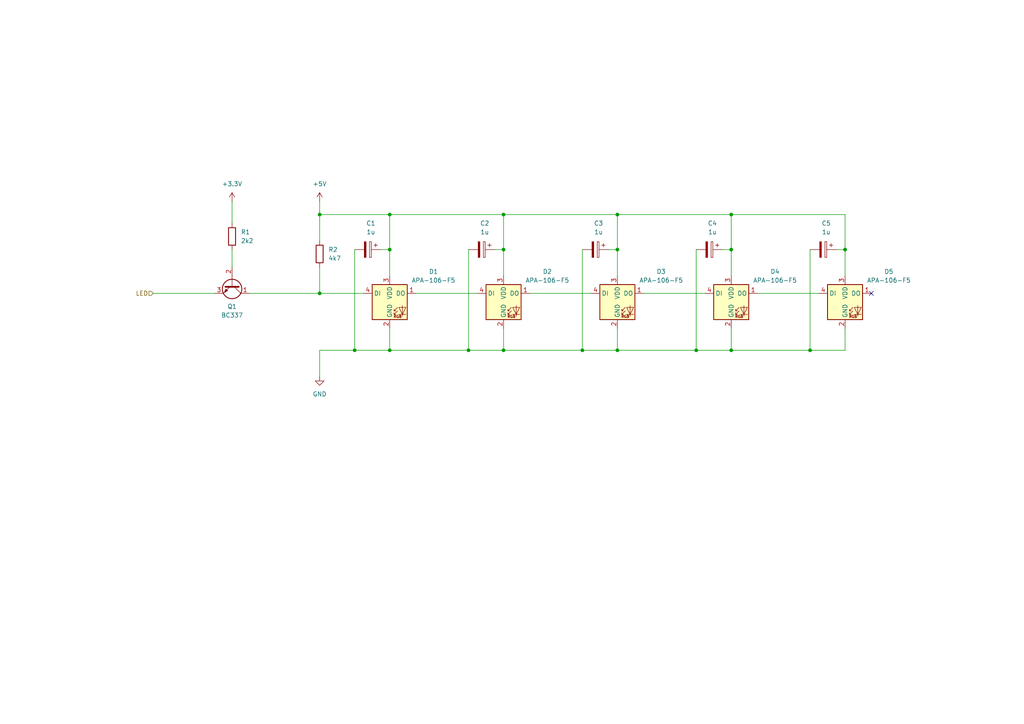
<source format=kicad_sch>
(kicad_sch (version 20250114) (generator "eeschema") (generator_version "9.0")
  (paper "A4")
  (title_block (title "VC 5") (date "2025-02-25") (rev "1.0") (comment 1 "Designed by Jan Eberhardt"))
  (lib_symbols
    (symbol "Device:C_Polarized" (pin_numbers (hide yes)) (pin_names (offset 0.254))
      (property "Reference" "C" (at 0.635 2.54 0))
      (property "Value" "C_Polarized" (at 0.635 -2.54 0))
      (symbol "C_Polarized_0_1"
        (rectangle (start -2.286 0.508) (end 2.286 1.016))
        (polyline (pts (xy -1.778 2.286) (xy -0.762 2.286)))
        (polyline (pts (xy -1.27 2.794) (xy -1.27 1.778)))
        (rectangle (start 2.286 -0.508) (end -2.286 -1.016) (fill (type outline)))
      )
      (symbol "C_Polarized_1_1"
        (pin passive line (at 0 3.81 270) (length 2.794) (name "~") (number "1"))
        (pin passive line (at 0 -3.81 90) (length 2.794) (name "~") (number "2"))
      )
    )
    (symbol "Device:R" (pin_numbers (hide yes)) (pin_names (offset 0))
      (property "Reference" "R" (at 2.032 0 90))
      (property "Value" "R" (at 0 0 90))
      (symbol "R_0_1"
        (rectangle (start -1.016 -2.54) (end 1.016 2.54) (stroke (width 0.254)))
      )
      (symbol "R_1_1"
        (pin passive line (at 0 3.81 270) (length 1.27) (name "~") (number "1"))
        (pin passive line (at 0 -3.81 90) (length 1.27) (name "~") (number "2"))
      )
    )
    (symbol "LED:APA-106-F5"
      (property "Reference" "D" (at 5.08 5.715 0))
      (property "Value" "APA-106-F5" (at 1.27 -5.715 0))
      (symbol "APA-106-F5_0_0"
        (text "RGB" (at 2.286 -4.191 0) (effects (font (size 0.762 0.762))))
      )
      (symbol "APA-106-F5_0_1"
        (polyline (pts (xy 1.27 -2.54) (xy 1.778 -2.54)))
        (polyline (pts (xy 1.27 -3.556) (xy 1.778 -3.556)))
        (polyline (pts (xy 2.286 -1.524) (xy 1.27 -2.54) (xy 1.27 -2.032)))
        (polyline (pts (xy 2.286 -2.54) (xy 1.27 -3.556) (xy 1.27 -3.048)))
        (polyline (pts (xy 3.683 -1.016) (xy 3.683 -3.556) (xy 3.683 -4.064)))
        (polyline (pts (xy 4.699 -1.524) (xy 2.667 -1.524) (xy 3.683 -3.556) (xy 4.699 -1.524)))
        (polyline (pts (xy 4.699 -3.556) (xy 2.667 -3.556)))
        (rectangle (start 5.08 5.08) (end -5.08 -5.08) (stroke (width 0.254)) (fill (type background)))
      )
      (symbol "APA-106-F5_1_1"
        (pin input line (at -7.62 2.54 0) (length 2.54) (name "DI") (number "4"))
        (pin power_in line (at 0 7.62 270) (length 2.54) (name "VDD") (number "3"))
        (pin power_in line (at 0 -7.62 90) (length 2.54) (name "GND") (number "2"))
        (pin output line (at 7.62 2.54 180) (length 2.54) (name "DO") (number "1"))
      )
    )
    (symbol "Transistor_BJT:BC337" (pin_names (offset 0) (hide yes))
      (property "Reference" "Q" (at 5.08 1.905 0))
      (property "Value" "BC337" (at 5.08 0 0))
      (symbol "BC337_0_1"
        (polyline (pts (xy -2.54 0) (xy 0.635 0)))
        (polyline (pts (xy 0.635 1.905) (xy 0.635 -1.905)) (stroke (width 0.508)))
        (circle (center 1.27 0) (radius 2.8194) (stroke (width 0.254)))
      )
      (symbol "BC337_1_1"
        (polyline (pts (xy 0.635 0.635) (xy 2.54 2.54)))
        (polyline (pts (xy 0.635 -0.635) (xy 2.54 -2.54)))
        (polyline (pts (xy 1.27 -1.778) (xy 1.778 -1.27) (xy 2.286 -2.286) (xy 1.27 -1.778)) (fill (type outline)))
        (pin input line (at -5.08 0 0) (length 2.54) (name "B") (number "2"))
        (pin passive line (at 2.54 5.08 270) (length 2.54) (name "C") (number "1"))
        (pin passive line (at 2.54 -5.08 90) (length 2.54) (name "E") (number "3"))
      )
    )
    (symbol "power:+3.3V" (power) (pin_numbers (hide yes)) (pin_names (offset 0) (hide yes))
      (property "Value" "+3.3V" (at 0 3.556 0))
      (symbol "+3.3V_0_1"
        (polyline (pts (xy -0.762 1.27) (xy 0 2.54)))
        (polyline (pts (xy 0 2.54) (xy 0.762 1.27)))
        (polyline (pts (xy 0 0) (xy 0 2.54)))
      )
      (symbol "+3.3V_1_1"
        (pin power_in line (at 0 0 90) (length 0) (name "~") (number "1"))
      )
    )
    (symbol "power:+5V" (power) (pin_numbers (hide yes)) (pin_names (offset 0) (hide yes))
      (property "Value" "+5V" (at 0 3.556 0))
      (symbol "+5V_0_1"
        (polyline (pts (xy -0.762 1.27) (xy 0 2.54)))
        (polyline (pts (xy 0 2.54) (xy 0.762 1.27)))
        (polyline (pts (xy 0 0) (xy 0 2.54)))
      )
      (symbol "+5V_1_1"
        (pin power_in line (at 0 0 90) (length 0) (name "~") (number "1"))
      )
    )
    (symbol "power:GND" (power) (pin_numbers (hide yes)) (pin_names (offset 0) (hide yes))
      (property "Value" "GND" (at 0 -3.81 0))
      (symbol "GND_0_1"
        (polyline (pts (xy 0 0) (xy 0 -1.27) (xy 1.27 -1.27) (xy 0 -2.54) (xy -1.27 -1.27) (xy 0 -1.27)))
      )
      (symbol "GND_1_1"
        (pin power_in line (at 0 0 270) (length 0) (name "~") (number "1"))
      )
    )
  )
  (junction (at 92.71 62.23))
  (junction (at 179.07 72.39))
  (junction (at 168.91 101.6))
  (junction (at 212.09 62.23))
  (junction (at 146.05 72.39))
  (junction (at 113.03 72.39))
  (junction (at 102.87 101.6))
  (junction (at 113.03 62.23))
  (junction (at 212.09 72.39))
  (junction (at 212.09 101.6))
  (junction (at 92.71 85.09))
  (junction (at 179.07 101.6))
  (junction (at 113.03 101.6))
  (junction (at 135.89 101.6))
  (junction (at 179.07 62.23))
  (junction (at 245.11 72.39))
  (junction (at 146.05 101.6))
  (junction (at 201.93 101.6))
  (junction (at 234.95 101.6))
  (junction (at 146.05 62.23))
  (no_connect (at 252.73 85.09))
  (wire (pts (xy 209.55 72.39) (xy 212.09 72.39)))
  (wire (pts (xy 212.09 101.6) (xy 212.09 95.25)))
  (wire (pts (xy 179.07 72.39) (xy 179.07 80.01)))
  (wire (pts (xy 176.53 72.39) (xy 179.07 72.39)))
  (wire (pts (xy 135.89 72.39) (xy 135.89 101.6)))
  (wire (pts (xy 179.07 62.23) (xy 212.09 62.23)))
  (wire (pts (xy 245.11 101.6) (xy 245.11 95.25)))
  (wire (pts (xy 44.45 85.09) (xy 62.23 85.09)))
  (wire (pts (xy 146.05 101.6) (xy 168.91 101.6)))
  (wire (pts (xy 234.95 101.6) (xy 245.11 101.6)))
  (wire (pts (xy 92.71 77.47) (xy 92.71 85.09)))
  (wire (pts (xy 92.71 62.23) (xy 92.71 69.85)))
  (wire (pts (xy 92.71 85.09) (xy 105.41 85.09)))
  (wire (pts (xy 219.71 85.09) (xy 237.49 85.09)))
  (wire (pts (xy 67.31 72.39) (xy 67.31 77.47)))
  (wire (pts (xy 168.91 72.39) (xy 168.91 101.6)))
  (wire (pts (xy 113.03 101.6) (xy 135.89 101.6)))
  (wire (pts (xy 102.87 72.39) (xy 102.87 101.6)))
  (wire (pts (xy 120.65 85.09) (xy 138.43 85.09)))
  (wire (pts (xy 179.07 62.23) (xy 146.05 62.23)))
  (wire (pts (xy 113.03 62.23) (xy 113.03 72.39)))
  (wire (pts (xy 234.95 72.39) (xy 234.95 101.6)))
  (wire (pts (xy 245.11 62.23) (xy 245.11 72.39)))
  (wire (pts (xy 212.09 72.39) (xy 212.09 80.01)))
  (wire (pts (xy 92.71 101.6) (xy 92.71 109.22)))
  (wire (pts (xy 201.93 101.6) (xy 212.09 101.6)))
  (wire (pts (xy 135.89 101.6) (xy 146.05 101.6)))
  (wire (pts (xy 245.11 72.39) (xy 245.11 80.01)))
  (wire (pts (xy 113.03 72.39) (xy 110.49 72.39)))
  (wire (pts (xy 179.07 72.39) (xy 179.07 62.23)))
  (wire (pts (xy 153.67 85.09) (xy 171.45 85.09)))
  (wire (pts (xy 212.09 101.6) (xy 234.95 101.6)))
  (wire (pts (xy 186.69 85.09) (xy 204.47 85.09)))
  (wire (pts (xy 102.87 101.6) (xy 92.71 101.6)))
  (wire (pts (xy 146.05 72.39) (xy 146.05 80.01)))
  (wire (pts (xy 212.09 62.23) (xy 245.11 62.23)))
  (wire (pts (xy 113.03 62.23) (xy 92.71 62.23)))
  (wire (pts (xy 242.57 72.39) (xy 245.11 72.39)))
  (wire (pts (xy 92.71 58.42) (xy 92.71 62.23)))
  (wire (pts (xy 168.91 101.6) (xy 179.07 101.6)))
  (wire (pts (xy 179.07 101.6) (xy 201.93 101.6)))
  (wire (pts (xy 143.51 72.39) (xy 146.05 72.39)))
  (wire (pts (xy 113.03 80.01) (xy 113.03 72.39)))
  (wire (pts (xy 179.07 101.6) (xy 179.07 95.25)))
  (wire (pts (xy 146.05 62.23) (xy 146.05 72.39)))
  (wire (pts (xy 113.03 95.25) (xy 113.03 101.6)))
  (wire (pts (xy 212.09 62.23) (xy 212.09 72.39)))
  (wire (pts (xy 113.03 101.6) (xy 102.87 101.6)))
  (wire (pts (xy 201.93 72.39) (xy 201.93 101.6)))
  (wire (pts (xy 146.05 95.25) (xy 146.05 101.6)))
  (wire (pts (xy 67.31 58.42) (xy 67.31 64.77)))
  (wire (pts (xy 72.39 85.09) (xy 92.71 85.09)))
  (wire (pts (xy 113.03 62.23) (xy 146.05 62.23)))
  (hierarchical_label "LED" (shape input) (at 44.45 85.09 180))
  (symbol (lib_id "LED:APA-106-F5") (at 245.11 87.63 0) (unit 1)
    (property "Reference" "D5" (at 257.81 78.7714 0))
    (property "Value" "APA-106-F5" (at 257.81 81.3114 0))
    (property "Footprint" "LED_THT:LED_D5.0mm-4_RGB_Wide_Pins" (effects (hide yes)))
    (property "Datasheet" "https://cdn.sparkfun.com/datasheets/Components/LED/COM-12877.pdf" (effects (hide yes)))
    (property "Description" "RGB LED with integrated controller, 5mm Package" (effects (hide yes)))
  )
  (symbol (lib_id "LED:APA-106-F5") (at 179.07 87.63 0) (unit 1)
    (property "Reference" "D3" (at 191.77 78.7714 0))
    (property "Value" "APA-106-F5" (at 191.77 81.3114 0))
    (property "Footprint" "LED_THT:LED_D5.0mm-4_RGB_Wide_Pins" (effects (hide yes)))
    (property "Datasheet" "https://cdn.sparkfun.com/datasheets/Components/LED/COM-12877.pdf" (effects (hide yes)))
    (property "Description" "RGB LED with integrated controller, 5mm Package" (effects (hide yes)))
  )
  (symbol (lib_id "power:GND") (at 92.71 109.22 0) (unit 1)
    (property "Reference" "#PWR07" (effects (hide yes)))
    (property "Value" "GND" (at 92.71 114.3 0))
    (property "Description" "Power symbol creates a global label with name \"GND\" , ground" (effects (hide yes)))
  )
  (symbol (lib_id "Transistor_BJT:BC337") (at 67.31 82.55 270) (unit 1)
    (property "Reference" "Q1" (at 67.31 88.9 90))
    (property "Value" "BC337" (at 67.31 91.44 90))
    (property "Footprint" "Package_TO_SOT_THT:TO-92_Inline" (effects (hide yes)))
    (property "Datasheet" "https://diotec.com/tl_files/diotec/files/pdf/datasheets/bc337.pdf" (effects (hide yes)))
    (property "Description" "0.8A Ic, 45V Vce, NPN Transistor, TO-92" (effects (hide yes)))
  )
  (symbol (lib_id "power:+3.3V") (at 67.31 58.42 0) (unit 1)
    (property "Reference" "#PWR05" (effects (hide yes)))
    (property "Value" "+3.3V" (at 67.31 53.34 0))
    (property "Description" "Power symbol creates a global label with name \"+3.3V\"" (effects (hide yes)))
  )
  (symbol (lib_id "LED:APA-106-F5") (at 146.05 87.63 0) (unit 1)
    (property "Reference" "D2" (at 158.75 78.7714 0))
    (property "Value" "APA-106-F5" (at 158.75 81.3114 0))
    (property "Footprint" "LED_THT:LED_D5.0mm-4_RGB_Wide_Pins" (effects (hide yes)))
    (property "Datasheet" "https://cdn.sparkfun.com/datasheets/Components/LED/COM-12877.pdf" (effects (hide yes)))
    (property "Description" "RGB LED with integrated controller, 5mm Package" (effects (hide yes)))
  )
  (symbol (lib_id "Device:C_Polarized") (at 139.7 72.39 270) (unit 1)
    (property "Reference" "C2" (at 140.589 64.77 90))
    (property "Value" "1u" (at 140.589 67.31 90))
    (property "Footprint" "Capacitor_THT:CP_Radial_D5.0mm_P2.00mm" (effects (hide yes)))
    (property "Description" "Polarized capacitor" (effects (hide yes)))
  )
  (symbol (lib_id "Device:C_Polarized") (at 238.76 72.39 270) (unit 1)
    (property "Reference" "C5" (at 239.649 64.77 90))
    (property "Value" "1u" (at 239.649 67.31 90))
    (property "Footprint" "Capacitor_THT:CP_Radial_D5.0mm_P2.00mm" (effects (hide yes)))
    (property "Description" "Polarized capacitor" (effects (hide yes)))
  )
  (symbol (lib_id "Device:C_Polarized") (at 106.68 72.39 270) (unit 1)
    (property "Reference" "C1" (at 107.569 64.77 90))
    (property "Value" "1u" (at 107.569 67.31 90))
    (property "Footprint" "Capacitor_THT:CP_Radial_D5.0mm_P2.00mm" (effects (hide yes)))
    (property "Description" "Polarized capacitor" (effects (hide yes)))
  )
  (symbol (lib_id "LED:APA-106-F5") (at 212.09 87.63 0) (unit 1)
    (property "Reference" "D4" (at 224.79 78.7714 0))
    (property "Value" "APA-106-F5" (at 224.79 81.3114 0))
    (property "Footprint" "LED_THT:LED_D5.0mm-4_RGB_Wide_Pins" (effects (hide yes)))
    (property "Datasheet" "https://cdn.sparkfun.com/datasheets/Components/LED/COM-12877.pdf" (effects (hide yes)))
    (property "Description" "RGB LED with integrated controller, 5mm Package" (effects (hide yes)))
  )
  (symbol (lib_id "Device:C_Polarized") (at 205.74 72.39 270) (unit 1)
    (property "Reference" "C4" (at 206.629 64.77 90))
    (property "Value" "1u" (at 206.629 67.31 90))
    (property "Footprint" "Capacitor_THT:CP_Radial_D5.0mm_P2.00mm" (effects (hide yes)))
    (property "Description" "Polarized capacitor" (effects (hide yes)))
  )
  (symbol (lib_id "Device:R") (at 92.71 73.66 0) (unit 1)
    (property "Reference" "R2" (at 95.25 72.3899 0) (effects (justify left)))
    (property "Value" "4k7" (at 95.25 74.9299 0) (effects (justify left)))
    (property "Footprint" "Resistor_THT:R_Axial_DIN0204_L3.6mm_D1.6mm_P7.62mm_Horizontal" (effects (hide yes)))
    (property "Description" "Resistor" (effects (hide yes)))
  )
  (symbol (lib_id "Device:C_Polarized") (at 172.72 72.39 270) (unit 1)
    (property "Reference" "C3" (at 173.609 64.77 90))
    (property "Value" "1u" (at 173.609 67.31 90))
    (property "Footprint" "Capacitor_THT:CP_Radial_D5.0mm_P2.00mm" (effects (hide yes)))
    (property "Description" "Polarized capacitor" (effects (hide yes)))
  )
  (symbol (lib_id "Device:R") (at 67.31 68.58 0) (unit 1)
    (property "Reference" "R1" (at 69.85 67.3099 0) (effects (justify left)))
    (property "Value" "2k2" (at 69.85 69.8499 0) (effects (justify left)))
    (property "Footprint" "Resistor_THT:R_Axial_DIN0204_L3.6mm_D1.6mm_P7.62mm_Horizontal" (effects (hide yes)))
    (property "Description" "Resistor" (effects (hide yes)))
  )
  (symbol (lib_id "LED:APA-106-F5") (at 113.03 87.63 0) (unit 1)
    (property "Reference" "D1" (at 125.73 78.7714 0))
    (property "Value" "APA-106-F5" (at 125.73 81.3114 0))
    (property "Footprint" "LED_THT:LED_D5.0mm-4_RGB_Wide_Pins" (effects (hide yes)))
    (property "Datasheet" "https://cdn.sparkfun.com/datasheets/Components/LED/COM-12877.pdf" (effects (hide yes)))
    (property "Description" "RGB LED with integrated controller, 5mm Package" (effects (hide yes)))
  )
  (symbol (lib_id "power:+5V") (at 92.71 58.42 0) (unit 1)
    (property "Reference" "#PWR06" (effects (hide yes)))
    (property "Value" "+5V" (at 92.71 53.34 0))
    (property "Description" "Power symbol creates a global label with name \"+5V\"" (effects (hide yes)))
  )
)
</source>
